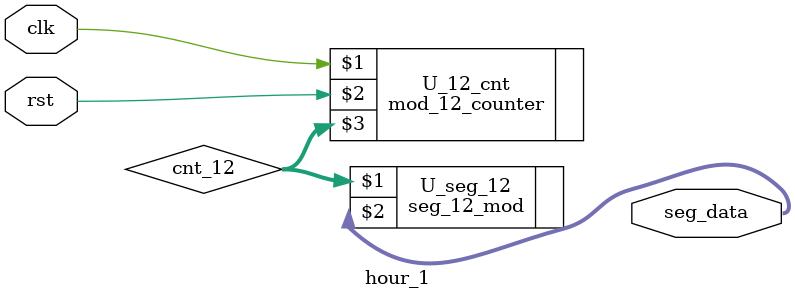
<source format=v>
module hour_1(clk, rst, seg_data);
input clk, rst;
output [7:0] seg_data;

wire [3:0] cnt_12;

mod_12_counter U_12_cnt (clk, rst, cnt_12);
seg_12_mod U_seg_12(cnt_12, seg_data);


endmodule

</source>
